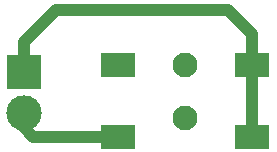
<source format=gbr>
%TF.GenerationSoftware,KiCad,Pcbnew,7.0.7*%
%TF.CreationDate,2023-10-05T12:14:25+00:00*%
%TF.ProjectId,krukki-psu,6b72756b-6b69-42d7-9073-752e6b696361,rev?*%
%TF.SameCoordinates,PX5d88178PY4f40160*%
%TF.FileFunction,Copper,L1,Top*%
%TF.FilePolarity,Positive*%
%FSLAX46Y46*%
G04 Gerber Fmt 4.6, Leading zero omitted, Abs format (unit mm)*
G04 Created by KiCad (PCBNEW 7.0.7) date 2023-10-05 12:14:25*
%MOMM*%
%LPD*%
G01*
G04 APERTURE LIST*
%TA.AperFunction,ComponentPad*%
%ADD10R,3.000000X3.000000*%
%TD*%
%TA.AperFunction,ComponentPad*%
%ADD11C,3.000000*%
%TD*%
%TA.AperFunction,ComponentPad*%
%ADD12C,2.100000*%
%TD*%
%TA.AperFunction,SMDPad,CuDef*%
%ADD13R,3.000000X2.000000*%
%TD*%
%TA.AperFunction,Conductor*%
%ADD14C,1.000000*%
%TD*%
G04 APERTURE END LIST*
D10*
%TO.P,J2,1,Pin_1*%
%TO.N,Net-(J2-Pin_1)*%
X5125000Y11525000D03*
D11*
%TO.P,J2,2,Pin_2*%
%TO.N,Net-(J2-Pin_2)*%
X5125000Y8025000D03*
%TD*%
D12*
%TO.P,J1,*%
%TO.N,*%
X18738024Y12125000D03*
X18738024Y7625000D03*
D13*
%TO.P,J1,1*%
%TO.N,Net-(J2-Pin_1)*%
X24438024Y12125000D03*
X24438024Y6025000D03*
%TO.P,J1,2*%
%TO.N,Net-(J2-Pin_2)*%
X13038024Y6025000D03*
%TO.P,J1,3*%
%TO.N,unconnected-(J1-Pad3)*%
X13038024Y12125000D03*
%TD*%
D14*
%TO.N,Net-(J2-Pin_2)*%
X13038024Y6025000D02*
X5900000Y6025000D01*
X5900000Y6025000D02*
X5125000Y6800000D01*
X5125000Y6800000D02*
X5125000Y8025000D01*
%TO.N,Net-(J2-Pin_1)*%
X24438024Y12125000D02*
X24438024Y6025000D01*
X5125000Y14050000D02*
X5125000Y11525000D01*
X22375000Y16775000D02*
X7850000Y16775000D01*
X7850000Y16775000D02*
X5125000Y14050000D01*
X24438024Y14711976D02*
X22375000Y16775000D01*
X24438024Y12125000D02*
X24438024Y14711976D01*
%TD*%
M02*

</source>
